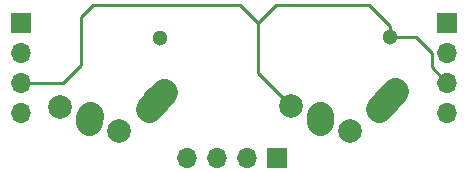
<source format=gbl>
G04 #@! TF.GenerationSoftware,KiCad,Pcbnew,(5.1.4)-1*
G04 #@! TF.CreationDate,2022-01-12T13:09:38-05:00*
G04 #@! TF.ProjectId,a44key-pcb-thumbs,6134346b-6579-42d7-9063-622d7468756d,rev?*
G04 #@! TF.SameCoordinates,Original*
G04 #@! TF.FileFunction,Copper,L2,Bot*
G04 #@! TF.FilePolarity,Positive*
%FSLAX46Y46*%
G04 Gerber Fmt 4.6, Leading zero omitted, Abs format (unit mm)*
G04 Created by KiCad (PCBNEW (5.1.4)-1) date 2022-01-12 13:09:38*
%MOMM*%
%LPD*%
G04 APERTURE LIST*
%ADD10C,1.300000*%
%ADD11C,2.250000*%
%ADD12C,2.250000*%
%ADD13C,2.000000*%
%ADD14O,1.700000X1.700000*%
%ADD15R,1.700000X1.700000*%
%ADD16C,0.254000*%
G04 APERTURE END LIST*
D10*
X118390348Y-135038919D03*
D11*
X118111348Y-140345919D03*
D12*
X118766343Y-139615915D02*
X117456353Y-141075923D01*
D11*
X112436348Y-141920919D03*
D12*
X112456119Y-141630903D02*
X112416577Y-142210935D01*
D13*
X109961348Y-140870918D03*
X114961348Y-142970919D03*
D14*
X87158959Y-141480357D03*
X87158959Y-138940357D03*
X87158959Y-136400357D03*
D15*
X87158959Y-133860357D03*
D14*
X123203628Y-141408971D03*
X123203628Y-138868971D03*
X123203628Y-136328971D03*
D15*
X123203628Y-133788971D03*
D14*
X101199934Y-145248469D03*
X103739934Y-145248469D03*
X106279934Y-145248469D03*
D15*
X108819934Y-145248469D03*
D10*
X98882622Y-135070695D03*
D11*
X98603622Y-140377695D03*
D12*
X99258617Y-139647691D02*
X97948627Y-141107699D01*
D11*
X92928622Y-141952695D03*
D12*
X92948393Y-141662679D02*
X92908851Y-142242711D01*
D13*
X90453622Y-140902694D03*
X95453622Y-143002695D03*
D16*
X88361040Y-138940357D02*
X88363397Y-138938000D01*
X87158959Y-138940357D02*
X88361040Y-138940357D01*
X90678000Y-138938000D02*
X92202000Y-137414000D01*
X88363397Y-138938000D02*
X90678000Y-138938000D01*
X92202000Y-137414000D02*
X92202000Y-133350000D01*
X92202000Y-133350000D02*
X93218000Y-132334000D01*
X93218000Y-132334000D02*
X105664000Y-132334000D01*
X105664000Y-132334000D02*
X107188000Y-133858000D01*
X107188000Y-138097570D02*
X109961348Y-140870918D01*
X107188000Y-133858000D02*
X107188000Y-138097570D01*
X121920000Y-137585343D02*
X123203628Y-138868971D01*
X121920000Y-136338653D02*
X121920000Y-137585343D01*
X118390348Y-135038919D02*
X120620266Y-135038919D01*
X120620266Y-135038919D02*
X121920000Y-136338653D01*
X118390348Y-134119681D02*
X118390348Y-135038919D01*
X116604667Y-132334000D02*
X118390348Y-134119681D01*
X107188000Y-133858000D02*
X108712000Y-132334000D01*
X108712000Y-132334000D02*
X116604667Y-132334000D01*
M02*

</source>
